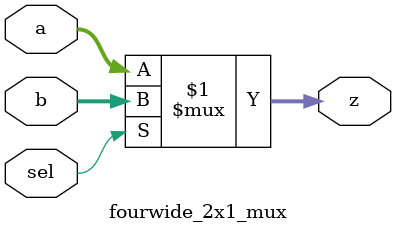
<source format=sv>
`timescale 1ns / 1ps


module fourwide_2x1_mux(
    input logic     [3:0]   a,
    input logic     [3:0]   b,
    input logic             sel,
    output logic    [3:0]   z      
    );
    
    assign z = (sel) ? (b) : (a);
endmodule

</source>
